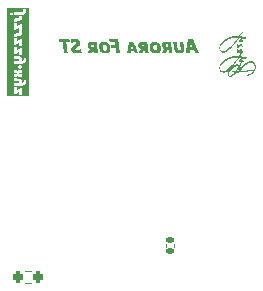
<source format=gbr>
G04 #@! TF.GenerationSoftware,KiCad,Pcbnew,(6.0.1)*
G04 #@! TF.CreationDate,2022-02-18T21:00:09+08:00*
G04 #@! TF.ProjectId,STM32_FOC_Board,53544d33-325f-4464-9f43-5f426f617264,rev?*
G04 #@! TF.SameCoordinates,Original*
G04 #@! TF.FileFunction,Legend,Bot*
G04 #@! TF.FilePolarity,Positive*
%FSLAX46Y46*%
G04 Gerber Fmt 4.6, Leading zero omitted, Abs format (unit mm)*
G04 Created by KiCad (PCBNEW (6.0.1)) date 2022-02-18 21:00:09*
%MOMM*%
%LPD*%
G01*
G04 APERTURE LIST*
G04 Aperture macros list*
%AMRoundRect*
0 Rectangle with rounded corners*
0 $1 Rounding radius*
0 $2 $3 $4 $5 $6 $7 $8 $9 X,Y pos of 4 corners*
0 Add a 4 corners polygon primitive as box body*
4,1,4,$2,$3,$4,$5,$6,$7,$8,$9,$2,$3,0*
0 Add four circle primitives for the rounded corners*
1,1,$1+$1,$2,$3*
1,1,$1+$1,$4,$5*
1,1,$1+$1,$6,$7*
1,1,$1+$1,$8,$9*
0 Add four rect primitives between the rounded corners*
20,1,$1+$1,$2,$3,$4,$5,0*
20,1,$1+$1,$4,$5,$6,$7,0*
20,1,$1+$1,$6,$7,$8,$9,0*
20,1,$1+$1,$8,$9,$2,$3,0*%
G04 Aperture macros list end*
%ADD10C,0.120000*%
%ADD11C,0.100000*%
%ADD12O,2.100600X1.102400*%
%ADD13C,0.701000*%
%ADD14RoundRect,0.200000X0.200000X0.275000X-0.200000X0.275000X-0.200000X-0.275000X0.200000X-0.275000X0*%
%ADD15RoundRect,0.140000X-0.170000X0.140000X-0.170000X-0.140000X0.170000X-0.140000X0.170000X0.140000X0*%
G04 APERTURE END LIST*
D10*
X131472458Y-105590600D02*
X130997942Y-105590600D01*
X131472458Y-104545600D02*
X130997942Y-104545600D01*
X143616000Y-102279564D02*
X143616000Y-102495236D01*
X142896000Y-102279564D02*
X142896000Y-102495236D01*
G36*
X148228729Y-88082225D02*
G01*
X148163694Y-87983804D01*
X148156046Y-87959008D01*
X148155245Y-87938105D01*
X148206277Y-87938105D01*
X148218093Y-87970613D01*
X148256544Y-88004701D01*
X148258105Y-88005963D01*
X148333622Y-88020253D01*
X148439083Y-87969602D01*
X148572089Y-87855146D01*
X148629937Y-87783713D01*
X148632574Y-87728715D01*
X148569627Y-87691955D01*
X148526711Y-87667638D01*
X148496004Y-87611913D01*
X148507203Y-87577624D01*
X148560424Y-87581758D01*
X148567744Y-87584760D01*
X148666017Y-87618390D01*
X148735296Y-87615303D01*
X148735780Y-87614934D01*
X148907375Y-87614934D01*
X148931480Y-87633820D01*
X149002163Y-87629980D01*
X149063417Y-87615821D01*
X149099681Y-87573193D01*
X149114820Y-87480288D01*
X149116412Y-87391632D01*
X149097227Y-87349751D01*
X149053576Y-87376256D01*
X148983758Y-87471025D01*
X148928341Y-87560319D01*
X148907375Y-87614934D01*
X148735780Y-87614934D01*
X148798536Y-87567108D01*
X148878694Y-87465413D01*
X148908602Y-87424000D01*
X148980992Y-87311055D01*
X149004183Y-87240909D01*
X148979046Y-87205059D01*
X148906455Y-87194999D01*
X148886894Y-87195931D01*
X148756529Y-87237592D01*
X148614074Y-87331500D01*
X148602158Y-87342796D01*
X148473898Y-87464382D01*
X148350373Y-87622968D01*
X148257868Y-87793986D01*
X148221250Y-87883043D01*
X148206277Y-87938105D01*
X148155245Y-87938105D01*
X148150923Y-87825236D01*
X148187652Y-87673262D01*
X148259936Y-87532604D01*
X148272813Y-87513274D01*
X148278770Y-87490615D01*
X148239514Y-87511158D01*
X148149572Y-87577109D01*
X148143254Y-87581900D01*
X147952110Y-87695322D01*
X147774315Y-87738226D01*
X147765793Y-87736750D01*
X147611912Y-87710107D01*
X147604713Y-87707115D01*
X147531822Y-87675509D01*
X147501537Y-87659880D01*
X147499560Y-87653605D01*
X147480375Y-87599075D01*
X147447509Y-87507897D01*
X147413772Y-87334308D01*
X147417390Y-87313004D01*
X147497918Y-87313004D01*
X147509064Y-87479821D01*
X147550795Y-87567674D01*
X147640319Y-87627677D01*
X147765793Y-87629940D01*
X147921973Y-87574622D01*
X148103616Y-87461881D01*
X148190039Y-87388772D01*
X148319360Y-87261446D01*
X148438967Y-87133000D01*
X148602158Y-87133000D01*
X148624713Y-87130192D01*
X148682869Y-87101518D01*
X148712287Y-87087790D01*
X148876135Y-87058030D01*
X149049984Y-87098863D01*
X149072944Y-87103160D01*
X149125988Y-87070838D01*
X149190383Y-86975229D01*
X149233341Y-86892217D01*
X149245884Y-86841130D01*
X149220693Y-86826883D01*
X149161542Y-86808003D01*
X149109421Y-86745452D01*
X149105405Y-86669267D01*
X149151688Y-86616734D01*
X149234413Y-86568300D01*
X149277080Y-86547451D01*
X149319135Y-86504075D01*
X149291847Y-86471567D01*
X149198144Y-86458767D01*
X149149752Y-86464118D01*
X149076421Y-86505824D01*
X149000122Y-86601794D01*
X148934317Y-86695370D01*
X148837099Y-86824875D01*
X148735487Y-86953516D01*
X148676026Y-87026787D01*
X148618249Y-87101384D01*
X148602158Y-87133000D01*
X148438967Y-87133000D01*
X148467333Y-87102538D01*
X148620596Y-86926951D01*
X148765788Y-86749588D01*
X148889545Y-86585350D01*
X148969677Y-86472657D01*
X148707119Y-86504015D01*
X148523727Y-86535578D01*
X148251089Y-86616780D01*
X148000226Y-86730811D01*
X147788276Y-86869374D01*
X147632380Y-87024175D01*
X147555161Y-87143060D01*
X147497918Y-87313004D01*
X147417390Y-87313004D01*
X147445108Y-87149767D01*
X147547636Y-86964797D01*
X147722443Y-86776512D01*
X147763935Y-86740811D01*
X148004849Y-86581854D01*
X148288921Y-86458403D01*
X148594817Y-86378196D01*
X148901200Y-86348971D01*
X148978616Y-86346629D01*
X149049916Y-86328779D01*
X149104384Y-86279091D01*
X149168084Y-86181179D01*
X149202035Y-86119071D01*
X149249931Y-86003466D01*
X149268500Y-85914295D01*
X149266593Y-85861211D01*
X149253599Y-85844915D01*
X149217397Y-85876009D01*
X149145830Y-85958913D01*
X149143241Y-85961960D01*
X149045816Y-86053950D01*
X148969141Y-86082038D01*
X148918938Y-86046490D01*
X148900932Y-85947570D01*
X148895163Y-85859921D01*
X148878587Y-85780763D01*
X148873936Y-85744129D01*
X148916319Y-85722535D01*
X148962580Y-85747279D01*
X148998110Y-85831107D01*
X149019824Y-85939679D01*
X149142662Y-85809432D01*
X149202482Y-85752044D01*
X149280025Y-85707491D01*
X149326924Y-85729447D01*
X149342671Y-85817892D01*
X149355939Y-85881098D01*
X149399885Y-85930859D01*
X149425380Y-85943420D01*
X149431288Y-85973064D01*
X149385785Y-86030935D01*
X149318778Y-86119327D01*
X149255938Y-86224952D01*
X149240425Y-86256198D01*
X149222278Y-86306909D01*
X149233745Y-86340677D01*
X149285677Y-86364092D01*
X149388924Y-86383747D01*
X149554337Y-86406234D01*
X149634790Y-86419838D01*
X149723761Y-86451505D01*
X149740010Y-86489405D01*
X149683535Y-86530161D01*
X149554337Y-86570396D01*
X149484352Y-86588515D01*
X149358830Y-86628534D01*
X149269048Y-86666635D01*
X149242082Y-86681700D01*
X149207689Y-86705828D01*
X149231578Y-86712644D01*
X149321325Y-86708167D01*
X149342397Y-86707362D01*
X149431482Y-86718711D01*
X149483372Y-86747564D01*
X149486520Y-86782719D01*
X149429375Y-86812973D01*
X149415321Y-86818887D01*
X149353379Y-86876228D01*
X149285781Y-86971596D01*
X149225839Y-87081440D01*
X149186863Y-87182209D01*
X149182165Y-87250353D01*
X149195727Y-87267231D01*
X149234317Y-87259843D01*
X149303502Y-87209159D01*
X149412618Y-87109473D01*
X149422741Y-87099874D01*
X149540403Y-86995235D01*
X149652350Y-86906322D01*
X149735601Y-86851493D01*
X149828053Y-86810697D01*
X150022618Y-86770353D01*
X150197909Y-86791207D01*
X150345041Y-86865117D01*
X150455131Y-86983941D01*
X150519293Y-87139536D01*
X150528643Y-87323761D01*
X150474297Y-87528473D01*
X150458739Y-87562440D01*
X150347772Y-87726035D01*
X150196849Y-87866274D01*
X150026106Y-87967370D01*
X149855681Y-88013531D01*
X149843867Y-88014386D01*
X149753267Y-88008199D01*
X149727718Y-87981044D01*
X149766125Y-87943118D01*
X149867391Y-87904615D01*
X149968963Y-87863087D01*
X150119912Y-87760587D01*
X150258464Y-87625232D01*
X150360859Y-87477582D01*
X150367971Y-87462625D01*
X150402035Y-87348273D01*
X150416992Y-87221820D01*
X150415355Y-87160357D01*
X150389325Y-87063905D01*
X150320565Y-86985251D01*
X150260646Y-86942984D01*
X150115042Y-86901304D01*
X149944806Y-86926978D01*
X149747702Y-87020143D01*
X149659343Y-87081996D01*
X149542998Y-87181619D01*
X149428085Y-87295163D01*
X149328633Y-87407670D01*
X149258674Y-87504182D01*
X149232236Y-87569737D01*
X149247205Y-87587005D01*
X149321482Y-87595298D01*
X149462308Y-87585106D01*
X149613248Y-87568723D01*
X149829210Y-87546731D01*
X149985398Y-87533683D01*
X150090300Y-87529361D01*
X150152401Y-87533545D01*
X150180190Y-87546018D01*
X150182153Y-87566560D01*
X150170606Y-87581488D01*
X150093871Y-87616220D01*
X149952776Y-87649650D01*
X149753813Y-87680681D01*
X149503477Y-87708216D01*
X149208261Y-87731157D01*
X148931480Y-87748948D01*
X148797765Y-87757543D01*
X148641662Y-87918619D01*
X148576532Y-87981405D01*
X148438485Y-88080571D01*
X148333622Y-88110815D01*
X148321438Y-88114329D01*
X148228729Y-88082225D01*
G37*
G36*
X147522847Y-85952394D02*
G01*
X147445624Y-85810884D01*
X147413357Y-85644080D01*
X147417438Y-85619670D01*
X147497918Y-85619670D01*
X147509064Y-85786487D01*
X147550795Y-85874341D01*
X147640319Y-85934344D01*
X147765793Y-85936607D01*
X147921973Y-85881289D01*
X148103616Y-85768547D01*
X148190039Y-85695439D01*
X148319360Y-85568113D01*
X148467333Y-85409205D01*
X148620596Y-85233618D01*
X148765788Y-85056254D01*
X148889545Y-84892016D01*
X148969677Y-84779324D01*
X148707119Y-84810682D01*
X148523727Y-84842245D01*
X148251089Y-84923447D01*
X148000226Y-85037477D01*
X147788276Y-85176041D01*
X147632380Y-85330842D01*
X147555161Y-85449726D01*
X147497918Y-85619670D01*
X147417438Y-85619670D01*
X147444360Y-85458618D01*
X147547106Y-85272393D01*
X147722443Y-85083179D01*
X147763739Y-85047637D01*
X148004701Y-84888590D01*
X148288858Y-84765090D01*
X148594903Y-84684865D01*
X148901534Y-84655638D01*
X148928884Y-84655439D01*
X149011265Y-84649119D01*
X149068242Y-84622960D01*
X149120542Y-84562315D01*
X149188888Y-84452535D01*
X149251061Y-84355709D01*
X149309292Y-84279335D01*
X149344734Y-84250071D01*
X149364881Y-84253904D01*
X149376153Y-84285577D01*
X149350927Y-84357739D01*
X149286649Y-84480517D01*
X149193816Y-84646614D01*
X149277446Y-84667154D01*
X149316495Y-84675462D01*
X149426184Y-84694375D01*
X149554337Y-84712900D01*
X149616751Y-84722934D01*
X149712838Y-84751190D01*
X149747598Y-84784910D01*
X149732992Y-84806453D01*
X149663385Y-84843494D01*
X149554337Y-84877063D01*
X149484352Y-84895182D01*
X149358830Y-84935201D01*
X149269048Y-84973302D01*
X149240795Y-84989116D01*
X149208089Y-85012618D01*
X149233332Y-85019177D01*
X149324265Y-85014580D01*
X149381099Y-85012566D01*
X149451304Y-85024014D01*
X149471511Y-85060056D01*
X149470398Y-85069836D01*
X149428444Y-85107349D01*
X149321082Y-85126169D01*
X149200496Y-85117744D01*
X149119804Y-85075033D01*
X149095348Y-85011025D01*
X149131946Y-84939683D01*
X149234413Y-84874966D01*
X149274779Y-84855420D01*
X149318878Y-84811606D01*
X149293402Y-84778521D01*
X149201162Y-84765433D01*
X149188262Y-84765858D01*
X149133301Y-84780988D01*
X149074656Y-84825868D01*
X149000657Y-84911463D01*
X148899639Y-85048734D01*
X148823146Y-85152696D01*
X148661638Y-85353274D01*
X148490656Y-85545009D01*
X148320578Y-85717635D01*
X148161782Y-85860887D01*
X148024649Y-85964497D01*
X147919556Y-86018200D01*
X147779229Y-86046323D01*
X147765793Y-86044847D01*
X147632514Y-86030202D01*
X147522847Y-85952394D01*
G37*
G36*
X149326641Y-85286482D02*
G01*
X149342671Y-85373168D01*
X149355515Y-85434649D01*
X149402615Y-85494742D01*
X149437203Y-85523050D01*
X149419258Y-85555050D01*
X149358801Y-85570464D01*
X149295406Y-85536198D01*
X149268500Y-85456806D01*
X149266954Y-85426702D01*
X149253524Y-85408167D01*
X149216869Y-85436494D01*
X149145830Y-85517174D01*
X149141604Y-85522138D01*
X149043716Y-85615273D01*
X148969350Y-85638651D01*
X148918476Y-85592266D01*
X148891059Y-85476112D01*
X148888627Y-85453136D01*
X148877848Y-85360190D01*
X148870308Y-85308404D01*
X148874195Y-85295239D01*
X148920258Y-85280796D01*
X148965004Y-85309041D01*
X148998110Y-85389368D01*
X149019824Y-85497939D01*
X149142662Y-85367693D01*
X149200983Y-85311616D01*
X149279125Y-85265957D01*
X149326641Y-85286482D01*
G37*
G36*
X131335097Y-89761630D02*
G01*
X129435375Y-89761630D01*
X129435375Y-89623597D01*
X130012327Y-89623597D01*
X130086206Y-89582042D01*
X130120221Y-89563174D01*
X130177290Y-89532007D01*
X130243816Y-89496036D01*
X130311358Y-89459843D01*
X130462632Y-89379197D01*
X130462632Y-89649054D01*
X130730001Y-89649054D01*
X130730001Y-88971053D01*
X130627978Y-89026842D01*
X130611212Y-89035999D01*
X130545101Y-89071980D01*
X130471284Y-89112011D01*
X130402826Y-89149003D01*
X130279696Y-89215375D01*
X130279696Y-88973597D01*
X130012327Y-88973597D01*
X130012327Y-89623597D01*
X129435375Y-89623597D01*
X129435375Y-88878122D01*
X130012327Y-88878122D01*
X130381718Y-88872390D01*
X130419746Y-88871791D01*
X130524183Y-88869944D01*
X130605536Y-88867946D01*
X130667658Y-88865462D01*
X130714402Y-88862159D01*
X130730001Y-88860186D01*
X130749622Y-88857705D01*
X130777170Y-88851766D01*
X130800899Y-88844009D01*
X130824664Y-88834101D01*
X130861169Y-88814838D01*
X130933097Y-88759886D01*
X130995455Y-88690947D01*
X131039133Y-88617233D01*
X131061417Y-88545268D01*
X131072924Y-88465272D01*
X131071328Y-88393126D01*
X131068281Y-88376159D01*
X131060794Y-88363651D01*
X131043324Y-88357194D01*
X131009816Y-88354786D01*
X130954218Y-88354428D01*
X130842577Y-88354428D01*
X130842078Y-88428306D01*
X130840902Y-88454472D01*
X130834162Y-88501742D01*
X130823539Y-88534694D01*
X130807391Y-88556873D01*
X130776417Y-88584791D01*
X130741130Y-88606900D01*
X130707963Y-88620084D01*
X130683347Y-88621232D01*
X130673712Y-88607229D01*
X130680282Y-88587094D01*
X130697036Y-88557067D01*
X130709365Y-88530090D01*
X130718455Y-88473719D01*
X130714142Y-88412192D01*
X130696461Y-88357600D01*
X130691281Y-88348861D01*
X130660351Y-88312924D01*
X130621284Y-88281909D01*
X130616574Y-88279012D01*
X130597083Y-88268343D01*
X130575896Y-88260411D01*
X130548606Y-88254718D01*
X130510804Y-88250762D01*
X130458082Y-88248043D01*
X130386033Y-88246061D01*
X130290250Y-88244314D01*
X130012327Y-88239739D01*
X130012327Y-88481076D01*
X130198782Y-88482479D01*
X130273387Y-88483326D01*
X130344460Y-88485553D01*
X130394378Y-88490021D01*
X130427024Y-88497741D01*
X130446280Y-88509722D01*
X130456031Y-88526976D01*
X130460158Y-88550514D01*
X130458587Y-88586873D01*
X130446086Y-88609551D01*
X130440790Y-88611362D01*
X130410552Y-88615333D01*
X130359983Y-88618555D01*
X130294593Y-88620735D01*
X130219890Y-88621581D01*
X130012327Y-88621797D01*
X130012327Y-88878122D01*
X129435375Y-88878122D01*
X129435375Y-88129276D01*
X130012327Y-88129276D01*
X130109915Y-88129276D01*
X130179371Y-88126691D01*
X130235654Y-88116493D01*
X130278627Y-88096279D01*
X130315759Y-88063668D01*
X130350745Y-88025918D01*
X130400404Y-88074079D01*
X130409555Y-88082888D01*
X130431611Y-88101910D01*
X130453649Y-88113872D01*
X130482707Y-88120743D01*
X130525822Y-88124489D01*
X130590032Y-88127076D01*
X130730001Y-88131913D01*
X130730001Y-87876998D01*
X130592798Y-87872971D01*
X130455596Y-87868943D01*
X130450871Y-87827421D01*
X130450654Y-87802078D01*
X130462158Y-87776397D01*
X130490659Y-87760203D01*
X130539763Y-87751760D01*
X130613078Y-87749331D01*
X130730001Y-87749331D01*
X130730001Y-87493397D01*
X130590032Y-87498234D01*
X130563254Y-87499184D01*
X130507747Y-87501958D01*
X130470696Y-87506625D01*
X130445049Y-87515172D01*
X130423755Y-87529586D01*
X130399760Y-87551856D01*
X130349456Y-87600641D01*
X130313198Y-87561537D01*
X130311521Y-87559741D01*
X130275659Y-87528127D01*
X130235266Y-87508635D01*
X130182599Y-87498769D01*
X130109915Y-87496035D01*
X130012327Y-87496035D01*
X130012327Y-87749331D01*
X130100278Y-87749523D01*
X130121328Y-87749695D01*
X130184024Y-87752944D01*
X130224876Y-87761463D01*
X130248700Y-87776787D01*
X130260313Y-87800447D01*
X130263479Y-87817888D01*
X130258744Y-87845954D01*
X130235922Y-87863813D01*
X130191803Y-87873232D01*
X130123181Y-87875979D01*
X130012327Y-87875979D01*
X130012327Y-88129276D01*
X129435375Y-88129276D01*
X129435375Y-87265748D01*
X130401681Y-87265748D01*
X130421091Y-87320210D01*
X130458975Y-87366791D01*
X130509835Y-87399287D01*
X130568172Y-87411497D01*
X130583060Y-87410551D01*
X130639869Y-87391940D01*
X130690230Y-87354829D01*
X130723811Y-87306206D01*
X130727177Y-87298039D01*
X130730001Y-87290625D01*
X130738641Y-87267940D01*
X130742440Y-87253744D01*
X130740254Y-87246538D01*
X130733808Y-87222217D01*
X130733262Y-87220133D01*
X130705032Y-87163747D01*
X130658370Y-87120736D01*
X130600641Y-87095941D01*
X130539208Y-87094208D01*
X130510716Y-87103466D01*
X130462405Y-87134820D01*
X130423211Y-87178077D01*
X130402360Y-87224455D01*
X130401681Y-87265748D01*
X129435375Y-87265748D01*
X129435375Y-87006543D01*
X130012327Y-87006543D01*
X130381718Y-87000811D01*
X130419746Y-87000212D01*
X130524183Y-86998366D01*
X130539208Y-86997997D01*
X130605536Y-86996367D01*
X130667658Y-86993883D01*
X130714402Y-86990580D01*
X130749622Y-86986126D01*
X130777170Y-86980187D01*
X130800899Y-86972430D01*
X130824664Y-86962522D01*
X130861169Y-86943259D01*
X130933097Y-86888307D01*
X130995455Y-86819368D01*
X131039133Y-86745654D01*
X131061417Y-86673689D01*
X131072924Y-86593693D01*
X131071328Y-86521547D01*
X131068281Y-86504580D01*
X131060794Y-86492072D01*
X131043324Y-86485615D01*
X131009816Y-86483207D01*
X130954218Y-86482849D01*
X130842577Y-86482849D01*
X130842078Y-86556727D01*
X130840902Y-86582893D01*
X130834162Y-86630163D01*
X130823539Y-86663115D01*
X130807391Y-86685294D01*
X130776417Y-86713212D01*
X130741130Y-86735321D01*
X130707963Y-86748506D01*
X130683347Y-86749653D01*
X130673712Y-86735650D01*
X130680282Y-86715515D01*
X130697036Y-86685488D01*
X130709365Y-86658511D01*
X130718455Y-86602140D01*
X130714142Y-86540613D01*
X130696461Y-86486021D01*
X130691281Y-86477282D01*
X130660351Y-86441345D01*
X130621284Y-86410330D01*
X130616574Y-86407433D01*
X130597083Y-86396764D01*
X130575896Y-86388832D01*
X130548606Y-86383139D01*
X130510804Y-86379183D01*
X130458082Y-86376464D01*
X130386033Y-86374482D01*
X130290250Y-86372735D01*
X130012327Y-86368160D01*
X130012327Y-86609497D01*
X130198782Y-86610900D01*
X130273387Y-86611747D01*
X130344460Y-86613975D01*
X130394378Y-86618443D01*
X130427024Y-86626162D01*
X130446280Y-86638143D01*
X130456031Y-86655397D01*
X130460158Y-86678935D01*
X130458587Y-86715294D01*
X130446086Y-86737972D01*
X130440790Y-86739783D01*
X130410552Y-86743754D01*
X130359983Y-86746976D01*
X130294593Y-86749157D01*
X130219890Y-86750002D01*
X130012327Y-86750218D01*
X130012327Y-87006543D01*
X129435375Y-87006543D01*
X129435375Y-85905896D01*
X130012327Y-85905896D01*
X130012430Y-85959596D01*
X130013068Y-86046305D01*
X130014210Y-86120583D01*
X130015766Y-86178503D01*
X130017647Y-86216136D01*
X130019761Y-86229553D01*
X130030650Y-86224772D01*
X130062792Y-86208470D01*
X130111961Y-86182679D01*
X130174040Y-86149560D01*
X130244914Y-86111276D01*
X130462632Y-85992998D01*
X130462632Y-86271769D01*
X130730001Y-86271769D01*
X130730001Y-85934040D01*
X130729844Y-85867991D01*
X130729109Y-85780442D01*
X130727855Y-85705653D01*
X130726174Y-85647472D01*
X130724159Y-85609743D01*
X130721901Y-85596312D01*
X130713174Y-85599932D01*
X130683001Y-85614948D01*
X130635537Y-85639585D01*
X130575024Y-85671635D01*
X130505701Y-85708888D01*
X130453232Y-85737117D01*
X130389954Y-85770703D01*
X130338589Y-85797430D01*
X130303400Y-85815087D01*
X130288648Y-85821464D01*
X130286998Y-85819412D01*
X130283263Y-85797246D01*
X130280668Y-85755906D01*
X130279696Y-85701852D01*
X130279696Y-85582240D01*
X130012327Y-85582240D01*
X130012327Y-85905896D01*
X129435375Y-85905896D01*
X129435375Y-85484922D01*
X130012327Y-85484922D01*
X130072134Y-85450651D01*
X130075299Y-85448841D01*
X130121316Y-85422966D01*
X130177829Y-85391795D01*
X130239817Y-85358024D01*
X130279696Y-85336516D01*
X130302257Y-85324348D01*
X130360130Y-85293463D01*
X130408412Y-85268065D01*
X130442084Y-85250849D01*
X130456122Y-85244511D01*
X130457804Y-85249066D01*
X130460288Y-85275669D01*
X130461997Y-85320749D01*
X130462632Y-85378195D01*
X130462632Y-85511880D01*
X130730001Y-85511880D01*
X130730001Y-84833934D01*
X130578726Y-84914580D01*
X130523091Y-84944368D01*
X130455782Y-84980707D01*
X130396463Y-85013038D01*
X130353574Y-85036779D01*
X130279696Y-85078334D01*
X130279696Y-84836423D01*
X130012327Y-84836423D01*
X130012327Y-85484922D01*
X129435375Y-85484922D01*
X129435375Y-84766062D01*
X130012327Y-84766062D01*
X130146012Y-84766062D01*
X130167263Y-84766054D01*
X130221796Y-84765517D01*
X130255034Y-84763148D01*
X130272249Y-84757580D01*
X130278713Y-84747446D01*
X130279696Y-84731377D01*
X130279711Y-84729635D01*
X130286072Y-84703066D01*
X130307057Y-84684553D01*
X130347167Y-84671724D01*
X130410904Y-84662203D01*
X130495466Y-84644330D01*
X130580374Y-84604411D01*
X130646923Y-84545855D01*
X130692342Y-84470550D01*
X130697883Y-84455580D01*
X130711269Y-84406186D01*
X130720552Y-84353217D01*
X130724240Y-84306799D01*
X130720842Y-84277060D01*
X130719794Y-84275246D01*
X130700363Y-84266296D01*
X130657166Y-84261130D01*
X130588108Y-84259470D01*
X130462632Y-84259470D01*
X130462632Y-84298996D01*
X130460225Y-84328987D01*
X130447523Y-84358413D01*
X130419925Y-84379525D01*
X130373018Y-84395350D01*
X130302391Y-84408915D01*
X130278467Y-84412898D01*
X130201070Y-84429186D01*
X130144539Y-84448515D01*
X130103080Y-84473317D01*
X130070902Y-84506020D01*
X130050851Y-84542205D01*
X130031396Y-84599239D01*
X130017581Y-84663649D01*
X130012327Y-84724539D01*
X130012327Y-84766062D01*
X129435375Y-84766062D01*
X129435375Y-83851381D01*
X130012327Y-83851381D01*
X130012399Y-83905079D01*
X130012840Y-83991789D01*
X130013629Y-84066068D01*
X130014706Y-84123988D01*
X130016006Y-84161620D01*
X130017468Y-84175038D01*
X130027515Y-84170350D01*
X130058768Y-84154148D01*
X130107165Y-84128450D01*
X130168634Y-84095420D01*
X130239102Y-84057223D01*
X130455596Y-83939409D01*
X130459606Y-84078331D01*
X130463617Y-84217254D01*
X130730001Y-84217254D01*
X130730001Y-83879525D01*
X130729817Y-83813475D01*
X130728956Y-83725925D01*
X130727487Y-83651137D01*
X130725517Y-83592956D01*
X130723157Y-83555227D01*
X130720512Y-83541797D01*
X130711365Y-83545440D01*
X130680669Y-83560470D01*
X130632742Y-83585105D01*
X130571856Y-83617141D01*
X130502285Y-83654373D01*
X130449170Y-83682896D01*
X130386170Y-83716373D01*
X130335273Y-83743006D01*
X130300686Y-83760597D01*
X130286621Y-83766949D01*
X130285344Y-83764897D01*
X130282456Y-83742733D01*
X130280448Y-83701392D01*
X130279696Y-83647337D01*
X130279696Y-83527724D01*
X130012327Y-83527724D01*
X130012327Y-83851381D01*
X129435375Y-83851381D01*
X129435375Y-83471436D01*
X130008258Y-83471436D01*
X130143977Y-83471436D01*
X130164852Y-83471426D01*
X130220143Y-83470877D01*
X130254042Y-83468547D01*
X130271781Y-83463147D01*
X130278589Y-83453388D01*
X130279696Y-83437979D01*
X130284934Y-83409091D01*
X130305583Y-83386131D01*
X130345899Y-83370369D01*
X130410079Y-83359270D01*
X130470450Y-83348271D01*
X130561089Y-83313592D01*
X130631811Y-83259119D01*
X130683005Y-83184508D01*
X130715059Y-83089415D01*
X130722481Y-83053390D01*
X130727668Y-83010952D01*
X130720861Y-82984839D01*
X130698023Y-82971090D01*
X130655117Y-82965745D01*
X130588108Y-82964844D01*
X130462632Y-82964844D01*
X130462417Y-83003542D01*
X130459660Y-83033013D01*
X130451576Y-83058949D01*
X130446176Y-83065448D01*
X130413728Y-83085293D01*
X130366970Y-83099886D01*
X130316514Y-83105564D01*
X130263528Y-83110748D01*
X130196915Y-83128394D01*
X130136958Y-83154825D01*
X130094393Y-83186147D01*
X130066352Y-83219023D01*
X130041141Y-83261468D01*
X130025969Y-83311773D01*
X130016792Y-83380046D01*
X130008258Y-83471436D01*
X129435375Y-83471436D01*
X129435375Y-82880411D01*
X130012327Y-82880411D01*
X130311358Y-82880133D01*
X130386813Y-82879798D01*
X130512212Y-82877559D01*
X130588108Y-82874131D01*
X130614463Y-82872941D01*
X130696812Y-82865610D01*
X130762503Y-82855231D01*
X130814782Y-82841472D01*
X130856896Y-82823997D01*
X130873784Y-82814702D01*
X130941445Y-82764407D01*
X130999769Y-82701525D01*
X131039691Y-82635409D01*
X131058105Y-82581626D01*
X131072547Y-82500546D01*
X131071499Y-82426589D01*
X131065860Y-82387891D01*
X130814433Y-82387891D01*
X130814433Y-82451710D01*
X130813993Y-82464978D01*
X130806091Y-82513683D01*
X130791235Y-82550933D01*
X130783484Y-82562315D01*
X130766632Y-82582446D01*
X130746142Y-82597929D01*
X130718511Y-82609370D01*
X130680241Y-82617372D01*
X130627830Y-82622543D01*
X130557779Y-82625487D01*
X130466587Y-82626809D01*
X130350755Y-82627115D01*
X130012327Y-82627115D01*
X130012327Y-82880411D01*
X129435375Y-82880411D01*
X129435375Y-82732655D01*
X129686911Y-82732655D01*
X129689747Y-82781970D01*
X129712344Y-82825683D01*
X129752203Y-82857338D01*
X129806823Y-82870480D01*
X129852746Y-82864325D01*
X129891668Y-82837478D01*
X129915828Y-82807978D01*
X129933924Y-82760856D01*
X129926248Y-82711547D01*
X129913876Y-82687045D01*
X129875279Y-82647996D01*
X129826355Y-82629564D01*
X129774198Y-82633517D01*
X129725906Y-82661623D01*
X129706340Y-82684192D01*
X129686911Y-82732655D01*
X129435375Y-82732655D01*
X129435375Y-82261243D01*
X131335097Y-82261243D01*
X131335097Y-89761630D01*
G37*
G36*
X137106016Y-85838477D02*
G01*
X137137746Y-86024758D01*
X137148345Y-86078079D01*
X136835035Y-86078079D01*
X136834770Y-85976285D01*
X136831667Y-85889255D01*
X136821005Y-85829028D01*
X136800959Y-85796799D01*
X136769694Y-85787239D01*
X136753660Y-85789691D01*
X136731490Y-85807088D01*
X136709478Y-85847462D01*
X136682774Y-85918117D01*
X136681977Y-85920405D01*
X136656605Y-85988726D01*
X136633455Y-86043563D01*
X136617449Y-86073232D01*
X136583954Y-86090005D01*
X136525065Y-86096435D01*
X136453888Y-86093027D01*
X136382857Y-86081146D01*
X136324407Y-86062156D01*
X136290973Y-86037421D01*
X136290116Y-86029833D01*
X136301773Y-85993173D01*
X136329126Y-85936705D01*
X136368186Y-85869128D01*
X136458981Y-85722812D01*
X136377745Y-85647932D01*
X136315115Y-85574168D01*
X136273211Y-85483856D01*
X136265683Y-85428006D01*
X136582422Y-85428006D01*
X136588789Y-85485124D01*
X136630566Y-85545754D01*
X136673959Y-85577100D01*
X136734133Y-85593346D01*
X136790108Y-85593346D01*
X136774949Y-85501247D01*
X136770592Y-85473555D01*
X136762409Y-85413352D01*
X136758633Y-85372679D01*
X136754265Y-85352111D01*
X136733689Y-85343017D01*
X136686337Y-85347756D01*
X136668263Y-85351501D01*
X136609552Y-85381199D01*
X136582422Y-85428006D01*
X136265683Y-85428006D01*
X136260847Y-85392126D01*
X136277724Y-85305949D01*
X136323539Y-85232298D01*
X136397994Y-85178146D01*
X136419629Y-85169589D01*
X136465727Y-85159000D01*
X136530790Y-85152161D01*
X136621406Y-85148487D01*
X136744162Y-85147392D01*
X137025519Y-85147392D01*
X137036305Y-85220102D01*
X137041078Y-85256882D01*
X137049217Y-85328685D01*
X137058650Y-85418752D01*
X137068161Y-85515789D01*
X137075976Y-85593346D01*
X137078653Y-85619916D01*
X137106016Y-85838477D01*
G37*
G36*
X138170589Y-85835713D02*
G01*
X138140979Y-85914599D01*
X138078559Y-86001423D01*
X137990617Y-86060523D01*
X137952148Y-86075005D01*
X137867399Y-86091612D01*
X137754987Y-86097043D01*
X137668303Y-86092895D01*
X137533165Y-86063293D01*
X137423129Y-86004863D01*
X137337190Y-85917172D01*
X137330215Y-85907269D01*
X137273898Y-85800072D01*
X137238536Y-85679246D01*
X137228855Y-85593040D01*
X137534380Y-85593040D01*
X137552469Y-85709806D01*
X137568047Y-85763167D01*
X137595303Y-85812515D01*
X137637188Y-85847045D01*
X137680662Y-85869169D01*
X137752917Y-85882599D01*
X137811141Y-85860731D01*
X137852793Y-85804958D01*
X137875332Y-85716669D01*
X137878282Y-85609381D01*
X137861740Y-85509475D01*
X137827502Y-85429767D01*
X137777920Y-85378426D01*
X137730138Y-85355089D01*
X137660583Y-85345159D01*
X137603902Y-85367410D01*
X137562423Y-85418421D01*
X137538473Y-85494771D01*
X137534380Y-85593040D01*
X137228855Y-85593040D01*
X137224451Y-85553824D01*
X137231965Y-85432840D01*
X137261400Y-85325326D01*
X137313077Y-85240317D01*
X137371563Y-85193136D01*
X137465802Y-85152446D01*
X137577390Y-85129712D01*
X137696584Y-85125919D01*
X137813637Y-85142052D01*
X137918805Y-85179095D01*
X137991664Y-85225338D01*
X138079715Y-85316495D01*
X138144240Y-85429912D01*
X138182632Y-85558786D01*
X138186183Y-85609381D01*
X138192284Y-85696320D01*
X138170589Y-85835713D01*
G37*
G36*
X145546173Y-85779833D02*
G01*
X145592078Y-85883705D01*
X145628241Y-85965838D01*
X145652647Y-86021672D01*
X145663283Y-86046646D01*
X145665113Y-86052418D01*
X145662054Y-86065805D01*
X145640579Y-86073584D01*
X145593907Y-86077195D01*
X145515258Y-86078079D01*
X145355172Y-86078079D01*
X145317126Y-85956896D01*
X145279081Y-85835713D01*
X144925503Y-85824631D01*
X144913246Y-85885916D01*
X144904944Y-85944828D01*
X144900989Y-86012640D01*
X144900989Y-86078079D01*
X144734873Y-86078079D01*
X144687615Y-86077895D01*
X144625114Y-86075969D01*
X144590715Y-86070708D01*
X144577465Y-86060603D01*
X144578413Y-86044148D01*
X144579172Y-86041045D01*
X144586018Y-86005636D01*
X144598013Y-85938281D01*
X144614276Y-85844116D01*
X144633927Y-85728279D01*
X144653268Y-85612736D01*
X144946946Y-85612736D01*
X145061767Y-85612736D01*
X145110661Y-85612135D01*
X145151427Y-85608017D01*
X145166678Y-85597760D01*
X145164136Y-85578804D01*
X145149771Y-85541036D01*
X145121533Y-85471268D01*
X145090043Y-85397238D01*
X145058890Y-85326974D01*
X145031663Y-85268507D01*
X145011953Y-85229866D01*
X145003347Y-85219083D01*
X145001065Y-85230239D01*
X144994036Y-85274027D01*
X144984114Y-85341554D01*
X144972666Y-85423690D01*
X144946946Y-85612736D01*
X144653268Y-85612736D01*
X144656085Y-85595904D01*
X144679871Y-85452131D01*
X144771673Y-84894045D01*
X144964515Y-84899535D01*
X145157356Y-84905026D01*
X145404288Y-85460119D01*
X145433191Y-85525120D01*
X145465444Y-85597760D01*
X145492539Y-85658785D01*
X145546173Y-85779833D01*
G37*
G36*
X142476657Y-85696218D02*
G01*
X142462952Y-85824899D01*
X142426350Y-85926129D01*
X142364161Y-86005080D01*
X142273694Y-86066922D01*
X142266643Y-86070253D01*
X142204029Y-86086676D01*
X142118391Y-86095568D01*
X142022707Y-86096690D01*
X141929957Y-86089802D01*
X141853122Y-86074666D01*
X141791560Y-86048332D01*
X141701727Y-85984129D01*
X141622799Y-85898808D01*
X141565497Y-85802512D01*
X141547869Y-85755514D01*
X141522282Y-85637336D01*
X141519560Y-85575674D01*
X141832933Y-85575674D01*
X141835809Y-85640535D01*
X141856647Y-85747794D01*
X141897501Y-85822173D01*
X141958276Y-85863447D01*
X141982810Y-85871588D01*
X142037120Y-85882253D01*
X142077600Y-85871435D01*
X142119504Y-85836594D01*
X142140014Y-85813422D01*
X142157235Y-85779505D01*
X142165163Y-85731552D01*
X142167066Y-85657243D01*
X142156799Y-85542010D01*
X142126188Y-85448687D01*
X142077358Y-85383908D01*
X142012442Y-85350469D01*
X141933572Y-85351167D01*
X141932680Y-85351365D01*
X141884436Y-85372093D01*
X141853536Y-85412359D01*
X141837272Y-85478204D01*
X141832933Y-85575674D01*
X141519560Y-85575674D01*
X141516833Y-85513902D01*
X141531502Y-85398022D01*
X141566269Y-85302507D01*
X141572422Y-85291731D01*
X141632165Y-85216206D01*
X141710268Y-85165493D01*
X141812188Y-85137073D01*
X141943380Y-85128429D01*
X141975970Y-85129113D01*
X142125671Y-85150468D01*
X142250101Y-85201019D01*
X142348349Y-85279830D01*
X142419505Y-85385967D01*
X142462658Y-85518495D01*
X142475165Y-85657243D01*
X142476899Y-85676478D01*
X142476657Y-85696218D01*
G37*
G36*
X141388980Y-85764976D02*
G01*
X141400657Y-85854279D01*
X141409795Y-85914858D01*
X141418983Y-85970111D01*
X141427154Y-86025311D01*
X141430302Y-86055431D01*
X141419262Y-86066378D01*
X141372124Y-86075171D01*
X141287306Y-86078079D01*
X141144310Y-86078079D01*
X141132191Y-86017487D01*
X141130021Y-86005245D01*
X141122933Y-85940483D01*
X141120073Y-85870780D01*
X141119832Y-85842377D01*
X141115443Y-85803868D01*
X141100700Y-85789923D01*
X141069434Y-85790799D01*
X141061619Y-85791906D01*
X141041855Y-85798168D01*
X141024341Y-85813274D01*
X141006075Y-85842779D01*
X140984054Y-85892237D01*
X140955274Y-85967203D01*
X140916732Y-86073232D01*
X140916326Y-86074246D01*
X140890354Y-86090950D01*
X140839110Y-86097769D01*
X140773261Y-86096044D01*
X140703474Y-86087116D01*
X140640418Y-86072327D01*
X140594762Y-86053019D01*
X140577172Y-86030532D01*
X140578413Y-86024091D01*
X140594259Y-85987202D01*
X140624510Y-85930342D01*
X140664296Y-85862887D01*
X140751419Y-85721577D01*
X140683281Y-85665411D01*
X140611850Y-85591714D01*
X140570449Y-85506413D01*
X140562075Y-85437319D01*
X140868012Y-85437319D01*
X140879560Y-85482924D01*
X140913839Y-85536092D01*
X140958314Y-85571819D01*
X140996640Y-85585262D01*
X141045586Y-85593346D01*
X141045622Y-85593346D01*
X141070998Y-85588839D01*
X141078803Y-85568178D01*
X141073095Y-85520636D01*
X141069668Y-85500773D01*
X141055754Y-85424138D01*
X141044319Y-85377078D01*
X141032124Y-85352388D01*
X141015931Y-85342860D01*
X140992502Y-85341285D01*
X140968737Y-85345412D01*
X140922527Y-85368841D01*
X140884078Y-85403237D01*
X140868012Y-85437319D01*
X140562075Y-85437319D01*
X140557783Y-85401904D01*
X140559272Y-85361033D01*
X140573012Y-85299803D01*
X140605864Y-85248341D01*
X140616823Y-85235698D01*
X140652763Y-85201467D01*
X140693753Y-85177312D01*
X140746520Y-85161744D01*
X140817794Y-85153275D01*
X140914301Y-85150417D01*
X141042769Y-85151681D01*
X141323133Y-85157087D01*
X141356210Y-85477010D01*
X141362840Y-85539687D01*
X141366034Y-85568178D01*
X141375972Y-85656821D01*
X141388980Y-85764976D01*
G37*
G36*
X134266867Y-84899808D02*
G01*
X134709138Y-84905026D01*
X134721877Y-84953499D01*
X134733968Y-85003822D01*
X134747013Y-85064987D01*
X134759409Y-85128003D01*
X134448392Y-85128003D01*
X134458716Y-85191018D01*
X134459449Y-85195670D01*
X134466021Y-85243804D01*
X134475439Y-85319493D01*
X134486555Y-85413300D01*
X134498222Y-85515789D01*
X134511615Y-85629090D01*
X134526582Y-85744673D01*
X134541267Y-85848761D01*
X134553843Y-85927812D01*
X134580282Y-86078079D01*
X134259343Y-86078079D01*
X134246382Y-85947201D01*
X134239844Y-85886929D01*
X134228898Y-85794416D01*
X134215231Y-85683906D01*
X134200060Y-85564818D01*
X134184602Y-85446567D01*
X134170074Y-85338573D01*
X134157693Y-85250250D01*
X134148675Y-85191018D01*
X134138163Y-85128003D01*
X134004461Y-85128003D01*
X134002496Y-85128001D01*
X133934687Y-85125784D01*
X133883930Y-85120171D01*
X133861083Y-85112347D01*
X133856592Y-85099516D01*
X133847330Y-85055773D01*
X133838002Y-84995640D01*
X133824597Y-84894590D01*
X134266867Y-84899808D01*
G37*
G36*
X138477646Y-84899768D02*
G01*
X138859952Y-84905026D01*
X138911502Y-85370369D01*
X138920030Y-85446299D01*
X138935776Y-85581517D01*
X138951031Y-85706704D01*
X138964896Y-85814730D01*
X138976467Y-85898460D01*
X138984845Y-85950762D01*
X138994703Y-86003475D01*
X139003321Y-86051192D01*
X139006638Y-86071945D01*
X139004141Y-86073016D01*
X138974355Y-86075603D01*
X138918022Y-86077404D01*
X138844107Y-86078079D01*
X138681576Y-86078079D01*
X138668977Y-85927812D01*
X138668564Y-85922919D01*
X138660823Y-85838791D01*
X138652600Y-85760649D01*
X138645605Y-85704835D01*
X138634832Y-85632125D01*
X138463177Y-85632125D01*
X138428003Y-85631796D01*
X138356162Y-85628834D01*
X138304313Y-85623455D01*
X138281846Y-85616469D01*
X138277391Y-85603782D01*
X138268133Y-85560158D01*
X138258815Y-85500133D01*
X138245459Y-85399453D01*
X138603101Y-85399453D01*
X138590185Y-85297659D01*
X138587383Y-85275059D01*
X138578648Y-85209349D01*
X138566911Y-85166768D01*
X138545026Y-85142329D01*
X138505844Y-85131046D01*
X138442220Y-85127932D01*
X138347006Y-85128003D01*
X138135942Y-85128003D01*
X138115749Y-85055293D01*
X138113527Y-85047028D01*
X138100730Y-84986745D01*
X138095448Y-84938547D01*
X138095340Y-84894511D01*
X138477646Y-84899768D01*
G37*
G36*
X143390773Y-85722304D02*
G01*
X143405744Y-85833602D01*
X143419554Y-85929487D01*
X143431242Y-86002241D01*
X143439843Y-86044148D01*
X143441454Y-86051459D01*
X143437567Y-86065572D01*
X143416272Y-86073617D01*
X143370449Y-86077238D01*
X143292983Y-86078079D01*
X143136562Y-86078079D01*
X143136348Y-86005369D01*
X143136347Y-86004999D01*
X143132647Y-85932416D01*
X143124117Y-85859949D01*
X143117109Y-85826736D01*
X143100006Y-85795465D01*
X143069992Y-85787239D01*
X143068039Y-85787264D01*
X143040289Y-85796473D01*
X143017001Y-85827739D01*
X142992074Y-85889033D01*
X142977987Y-85927670D01*
X142951540Y-85994702D01*
X142929578Y-86044148D01*
X142922068Y-86058234D01*
X142900139Y-86083794D01*
X142865758Y-86094991D01*
X142805823Y-86097468D01*
X142761803Y-86094724D01*
X142696743Y-86083739D01*
X142636252Y-86067346D01*
X142591654Y-86048782D01*
X142574272Y-86031283D01*
X142576235Y-86025968D01*
X142593253Y-85993882D01*
X142623975Y-85940468D01*
X142663811Y-85873803D01*
X142753350Y-85726320D01*
X142683108Y-85661981D01*
X142610606Y-85577702D01*
X142566895Y-85481037D01*
X142563209Y-85433080D01*
X142888142Y-85433080D01*
X142894319Y-85492664D01*
X142930888Y-85544550D01*
X142979738Y-85578975D01*
X143031544Y-85593346D01*
X143083403Y-85593346D01*
X143069706Y-85472281D01*
X143062303Y-85414541D01*
X143054026Y-85365051D01*
X143047661Y-85342868D01*
X143044843Y-85341629D01*
X143015203Y-85342910D01*
X142966754Y-85352444D01*
X142922680Y-85366549D01*
X142897499Y-85389988D01*
X142888143Y-85433061D01*
X142888142Y-85433080D01*
X142563209Y-85433080D01*
X142559279Y-85381940D01*
X142588844Y-85284762D01*
X142597740Y-85268267D01*
X142629466Y-85223935D01*
X142670416Y-85191645D01*
X142726476Y-85169621D01*
X142803530Y-85156088D01*
X142907463Y-85149270D01*
X143044160Y-85147392D01*
X143162887Y-85148601D01*
X143254999Y-85152442D01*
X143311346Y-85158816D01*
X143330455Y-85167619D01*
X143332235Y-85204771D01*
X143338557Y-85277356D01*
X143348535Y-85373121D01*
X143361206Y-85484346D01*
X143374400Y-85593346D01*
X143375606Y-85603313D01*
X143390773Y-85722304D01*
G37*
G36*
X143822564Y-85220102D02*
G01*
X143827331Y-85256878D01*
X143835448Y-85328681D01*
X143844846Y-85418750D01*
X143854313Y-85515789D01*
X143862754Y-85595634D01*
X143874110Y-85682292D01*
X143885488Y-85750608D01*
X143895369Y-85790423D01*
X143902407Y-85805154D01*
X143943320Y-85847923D01*
X143999310Y-85871962D01*
X144058977Y-85875972D01*
X144110923Y-85858656D01*
X144143749Y-85818714D01*
X144145374Y-85811877D01*
X144146446Y-85766279D01*
X144141219Y-85689881D01*
X144130175Y-85588341D01*
X144113797Y-85467316D01*
X144103424Y-85396491D01*
X144089409Y-85300698D01*
X144078165Y-85223711D01*
X144070643Y-85172051D01*
X144067795Y-85152239D01*
X144068940Y-85151627D01*
X144094859Y-85149471D01*
X144147989Y-85147961D01*
X144219101Y-85147392D01*
X144370953Y-85147392D01*
X144407491Y-85462468D01*
X144414819Y-85527651D01*
X144426072Y-85636728D01*
X144434787Y-85733012D01*
X144440216Y-85807941D01*
X144441610Y-85852951D01*
X144427968Y-85925614D01*
X144379619Y-86003847D01*
X144298542Y-86063507D01*
X144262218Y-86076894D01*
X144181469Y-86091600D01*
X144083882Y-86098117D01*
X143982415Y-86096337D01*
X143890027Y-86086153D01*
X143819677Y-86067459D01*
X143788369Y-86053493D01*
X143734060Y-86021989D01*
X143690654Y-85982213D01*
X143655886Y-85929098D01*
X143627488Y-85857574D01*
X143603195Y-85762572D01*
X143580740Y-85639023D01*
X143557857Y-85481858D01*
X143512441Y-85147392D01*
X143811779Y-85147392D01*
X143822564Y-85220102D01*
G37*
G36*
X135170808Y-84876516D02*
G01*
X135256891Y-84881834D01*
X135324931Y-84896099D01*
X135390531Y-84922152D01*
X135392111Y-84922901D01*
X135501664Y-84989134D01*
X135576442Y-85069069D01*
X135619251Y-85166929D01*
X135632897Y-85286938D01*
X135629613Y-85343472D01*
X135610555Y-85413507D01*
X135569989Y-85474717D01*
X135502798Y-85534060D01*
X135403866Y-85598497D01*
X135371023Y-85618353D01*
X135304360Y-85660727D01*
X135253259Y-85696019D01*
X135226760Y-85718126D01*
X135221885Y-85724603D01*
X135208140Y-85774215D01*
X135226096Y-85824094D01*
X135271930Y-85862063D01*
X135289016Y-85868758D01*
X135365841Y-85874289D01*
X135457874Y-85849422D01*
X135559772Y-85795393D01*
X135588356Y-85777082D01*
X135631273Y-85754137D01*
X135661010Y-85752232D01*
X135683447Y-85775450D01*
X135704463Y-85827876D01*
X135729937Y-85913594D01*
X135765684Y-86038597D01*
X135684749Y-86059382D01*
X135665161Y-86064473D01*
X135614151Y-86078322D01*
X135584424Y-86087287D01*
X135576662Y-86088785D01*
X135535673Y-86091935D01*
X135470302Y-86094401D01*
X135390531Y-86095748D01*
X135302917Y-86094815D01*
X135232993Y-86088579D01*
X135176144Y-86074786D01*
X135119081Y-86051258D01*
X135014349Y-85988997D01*
X134936373Y-85908906D01*
X134891251Y-85811534D01*
X134876714Y-85693531D01*
X134883796Y-85625698D01*
X134918850Y-85542605D01*
X134986178Y-85468660D01*
X135089032Y-85399359D01*
X135173530Y-85349354D01*
X135254537Y-85294068D01*
X135305174Y-85249072D01*
X135322668Y-85216536D01*
X135319194Y-85200149D01*
X135289753Y-85162818D01*
X135241387Y-85133444D01*
X135187616Y-85121540D01*
X135162800Y-85124366D01*
X135102156Y-85141558D01*
X135037599Y-85169175D01*
X135000710Y-85186516D01*
X134948097Y-85205738D01*
X134915089Y-85210619D01*
X134895923Y-85190483D01*
X134873284Y-85144071D01*
X134851207Y-85083429D01*
X134833551Y-85020566D01*
X134824175Y-84967493D01*
X134826936Y-84936221D01*
X134828682Y-84933714D01*
X134866159Y-84910480D01*
X134934801Y-84892286D01*
X135027831Y-84880438D01*
X135138470Y-84876239D01*
X135170808Y-84876516D01*
G37*
G36*
X140473121Y-85888422D02*
G01*
X140509581Y-85968643D01*
X140534538Y-86024089D01*
X140545616Y-86049544D01*
X140546312Y-86051462D01*
X140545803Y-86065865D01*
X140527329Y-86073604D01*
X140483991Y-86075918D01*
X140408888Y-86074042D01*
X140260589Y-86068384D01*
X140237859Y-86000522D01*
X140215130Y-85932659D01*
X139917936Y-85921333D01*
X139917936Y-86078079D01*
X139764636Y-86078079D01*
X139737790Y-86078015D01*
X139671375Y-86076405D01*
X139634271Y-86071351D01*
X139619218Y-86061163D01*
X139618955Y-86044148D01*
X139619755Y-86040319D01*
X139626749Y-86003045D01*
X139638968Y-85935386D01*
X139655296Y-85843605D01*
X139674617Y-85733967D01*
X139678864Y-85709682D01*
X139953924Y-85709682D01*
X140032876Y-85709682D01*
X140051438Y-85709446D01*
X140094588Y-85706500D01*
X140111829Y-85701265D01*
X140111761Y-85699646D01*
X140102814Y-85668456D01*
X140082543Y-85620557D01*
X140056276Y-85566418D01*
X140029339Y-85516504D01*
X140007059Y-85481285D01*
X139994762Y-85471226D01*
X139987541Y-85488110D01*
X139976759Y-85535072D01*
X139967224Y-85598194D01*
X139953924Y-85709682D01*
X139678864Y-85709682D01*
X139695816Y-85612736D01*
X139701187Y-85581971D01*
X139722202Y-85462943D01*
X139741260Y-85357013D01*
X139757209Y-85270462D01*
X139768895Y-85209570D01*
X139775166Y-85180616D01*
X139779091Y-85170866D01*
X139793429Y-85158179D01*
X139823427Y-85151528D01*
X139876764Y-85149713D01*
X139961123Y-85151532D01*
X140136972Y-85157087D01*
X140335508Y-85588238D01*
X140375195Y-85674523D01*
X140387459Y-85701265D01*
X140427533Y-85788643D01*
X140473121Y-85888422D01*
G37*
%LPC*%
D11*
X143224999Y-111887508D02*
X149924999Y-111887508D01*
X149924999Y-111887508D02*
X149924999Y-109387508D01*
X149924999Y-109387508D02*
X143224999Y-109387508D01*
X143224999Y-109387508D02*
X143224999Y-111887508D01*
G36*
X149924999Y-111887508D02*
G01*
X143224999Y-111887508D01*
X143224999Y-109387508D01*
X149924999Y-109387508D01*
X149924999Y-111887508D01*
G37*
X149924999Y-111887508D02*
X143224999Y-111887508D01*
X143224999Y-109387508D01*
X149924999Y-109387508D01*
X149924999Y-111887508D01*
X130074999Y-111887508D02*
X142024999Y-111887508D01*
X142024999Y-111887508D02*
X142024999Y-109387508D01*
X142024999Y-109387508D02*
X130074999Y-109387508D01*
X130074999Y-109387508D02*
X130074999Y-111887508D01*
G36*
X142024999Y-111887508D02*
G01*
X130074999Y-111887508D01*
X130074999Y-109387508D01*
X142024999Y-109387508D01*
X142024999Y-111887508D01*
G37*
X142024999Y-111887508D02*
X130074999Y-111887508D01*
X130074999Y-109387508D01*
X142024999Y-109387508D01*
X142024999Y-111887508D01*
D12*
X148799600Y-82757000D03*
X148799600Y-89955400D03*
X145330000Y-82757000D03*
X145330000Y-89955400D03*
D13*
X146650800Y-88355200D03*
X146650800Y-84357200D03*
D14*
X132060200Y-105068100D03*
X130410200Y-105068100D03*
D15*
X143256000Y-101907400D03*
X143256000Y-102867400D03*
M02*

</source>
